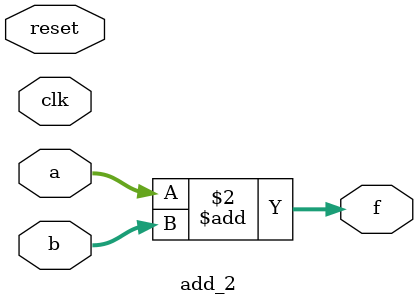
<source format=sv>
module add_2
(
	clk,	//i
	reset,	//i
	a,	//i
	b,	//i
	f	//o
);

parameter WL = 20;
input clk, reset;
input signed [WL-1:0] a, b;
output logic signed [WL:0] f;

always_comb begin
	f = a + b;
end;

endmodule

</source>
